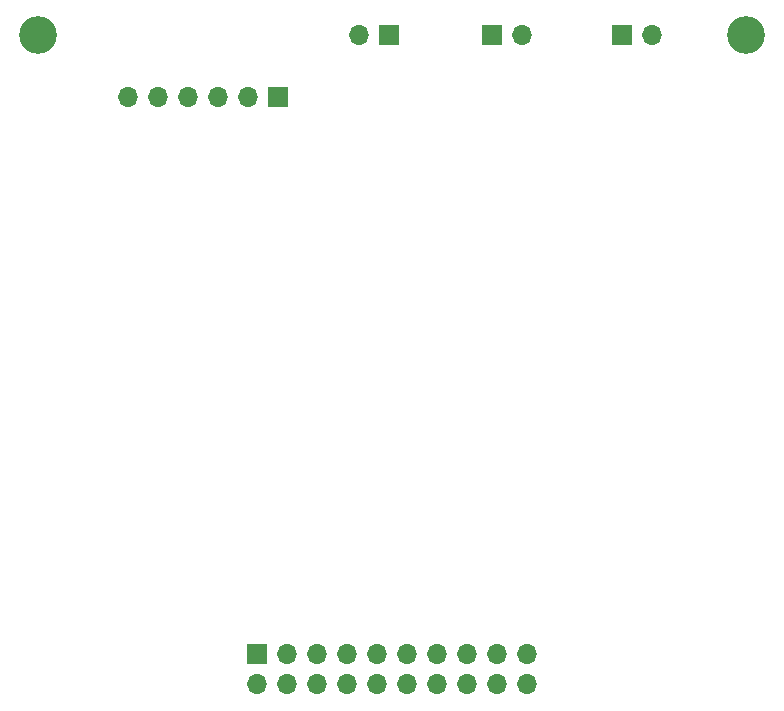
<source format=gbr>
%TF.GenerationSoftware,KiCad,Pcbnew,(6.0.9)*%
%TF.CreationDate,2022-11-26T14:01:21+01:00*%
%TF.ProjectId,PWR_PCB,5057525f-5043-4422-9e6b-696361645f70,rev?*%
%TF.SameCoordinates,Original*%
%TF.FileFunction,Soldermask,Bot*%
%TF.FilePolarity,Negative*%
%FSLAX46Y46*%
G04 Gerber Fmt 4.6, Leading zero omitted, Abs format (unit mm)*
G04 Created by KiCad (PCBNEW (6.0.9)) date 2022-11-26 14:01:21*
%MOMM*%
%LPD*%
G01*
G04 APERTURE LIST*
%ADD10R,1.700000X1.700000*%
%ADD11O,1.700000X1.700000*%
%ADD12C,3.200000*%
G04 APERTURE END LIST*
D10*
%TO.C,J4*%
X103550000Y-92375000D03*
D11*
X103550000Y-94915000D03*
X106090000Y-92375000D03*
X106090000Y-94915000D03*
X108630000Y-92375000D03*
X108630000Y-94915000D03*
X111170000Y-92375000D03*
X111170000Y-94915000D03*
X113710000Y-92375000D03*
X113710000Y-94915000D03*
X116250000Y-92375000D03*
X116250000Y-94915000D03*
X118790000Y-92375000D03*
X118790000Y-94915000D03*
X121330000Y-92375000D03*
X121330000Y-94915000D03*
X123870000Y-92375000D03*
X123870000Y-94915000D03*
X126410000Y-92375000D03*
X126410000Y-94915000D03*
%TD*%
D10*
%TO.C,J5*%
X105325000Y-45210000D03*
D11*
X102785000Y-45210000D03*
X100245000Y-45210000D03*
X97705000Y-45210000D03*
X95165000Y-45210000D03*
X92625000Y-45210000D03*
%TD*%
D12*
%TO.C,H1*%
X85000000Y-40000000D03*
%TD*%
%TO.C,H2*%
X145000000Y-40000000D03*
%TD*%
D10*
%TO.C,J2*%
X123500000Y-40000000D03*
D11*
X126040000Y-40000000D03*
%TD*%
D10*
%TO.C,J3*%
X114750000Y-40000000D03*
D11*
X112210000Y-40000000D03*
%TD*%
D10*
%TO.C,J1*%
X134500000Y-40000000D03*
D11*
X137040000Y-40000000D03*
%TD*%
M02*

</source>
